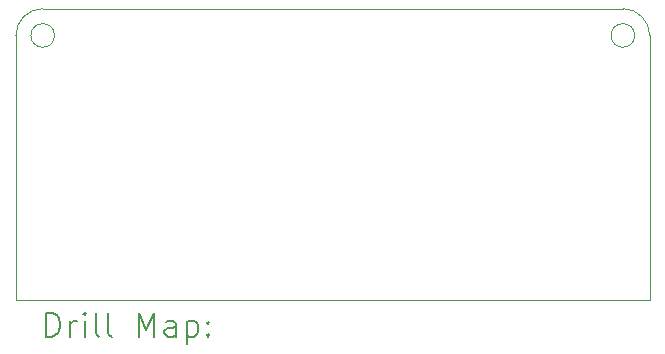
<source format=gbr>
%TF.GenerationSoftware,KiCad,Pcbnew,(6.0.9)*%
%TF.CreationDate,2023-07-18T19:51:59+10:00*%
%TF.ProjectId,VisorPlate2.0,5669736f-7250-46c6-9174-65322e302e6b,rev?*%
%TF.SameCoordinates,Original*%
%TF.FileFunction,Drillmap*%
%TF.FilePolarity,Positive*%
%FSLAX45Y45*%
G04 Gerber Fmt 4.5, Leading zero omitted, Abs format (unit mm)*
G04 Created by KiCad (PCBNEW (6.0.9)) date 2023-07-18 19:51:59*
%MOMM*%
%LPD*%
G01*
G04 APERTURE LIST*
%ADD10C,0.010000*%
%ADD11C,0.100000*%
%ADD12C,0.200000*%
G04 APERTURE END LIST*
D10*
X10844000Y-9146000D02*
X15756000Y-9146000D01*
X10617000Y-9600000D02*
X10617000Y-9373000D01*
X15983000Y-11611000D02*
X15983000Y-9600000D01*
X15983000Y-9373000D02*
X15983000Y-9600000D01*
D11*
X10944000Y-9373000D02*
G75*
G03*
X10944000Y-9373000I-100000J0D01*
G01*
D10*
X15983000Y-9373000D02*
G75*
G03*
X15756000Y-9146000I-227000J0D01*
G01*
X10617000Y-11611000D02*
X15983000Y-11611000D01*
X10844000Y-9146000D02*
G75*
G03*
X10617000Y-9373000I0J-227000D01*
G01*
X10617000Y-9600000D02*
X10617000Y-11611000D01*
D11*
X15856000Y-9373000D02*
G75*
G03*
X15856000Y-9373000I-100000J0D01*
G01*
D12*
X10874119Y-11921976D02*
X10874119Y-11721976D01*
X10921738Y-11721976D01*
X10950310Y-11731500D01*
X10969357Y-11750548D01*
X10978881Y-11769595D01*
X10988405Y-11807690D01*
X10988405Y-11836262D01*
X10978881Y-11874357D01*
X10969357Y-11893405D01*
X10950310Y-11912452D01*
X10921738Y-11921976D01*
X10874119Y-11921976D01*
X11074119Y-11921976D02*
X11074119Y-11788643D01*
X11074119Y-11826738D02*
X11083643Y-11807690D01*
X11093167Y-11798167D01*
X11112214Y-11788643D01*
X11131262Y-11788643D01*
X11197928Y-11921976D02*
X11197928Y-11788643D01*
X11197928Y-11721976D02*
X11188405Y-11731500D01*
X11197928Y-11741024D01*
X11207452Y-11731500D01*
X11197928Y-11721976D01*
X11197928Y-11741024D01*
X11321738Y-11921976D02*
X11302690Y-11912452D01*
X11293167Y-11893405D01*
X11293167Y-11721976D01*
X11426500Y-11921976D02*
X11407452Y-11912452D01*
X11397928Y-11893405D01*
X11397928Y-11721976D01*
X11655071Y-11921976D02*
X11655071Y-11721976D01*
X11721738Y-11864833D01*
X11788405Y-11721976D01*
X11788405Y-11921976D01*
X11969357Y-11921976D02*
X11969357Y-11817214D01*
X11959833Y-11798167D01*
X11940786Y-11788643D01*
X11902690Y-11788643D01*
X11883643Y-11798167D01*
X11969357Y-11912452D02*
X11950309Y-11921976D01*
X11902690Y-11921976D01*
X11883643Y-11912452D01*
X11874119Y-11893405D01*
X11874119Y-11874357D01*
X11883643Y-11855309D01*
X11902690Y-11845786D01*
X11950309Y-11845786D01*
X11969357Y-11836262D01*
X12064595Y-11788643D02*
X12064595Y-11988643D01*
X12064595Y-11798167D02*
X12083643Y-11788643D01*
X12121738Y-11788643D01*
X12140786Y-11798167D01*
X12150309Y-11807690D01*
X12159833Y-11826738D01*
X12159833Y-11883881D01*
X12150309Y-11902928D01*
X12140786Y-11912452D01*
X12121738Y-11921976D01*
X12083643Y-11921976D01*
X12064595Y-11912452D01*
X12245548Y-11902928D02*
X12255071Y-11912452D01*
X12245548Y-11921976D01*
X12236024Y-11912452D01*
X12245548Y-11902928D01*
X12245548Y-11921976D01*
X12245548Y-11798167D02*
X12255071Y-11807690D01*
X12245548Y-11817214D01*
X12236024Y-11807690D01*
X12245548Y-11798167D01*
X12245548Y-11817214D01*
M02*

</source>
